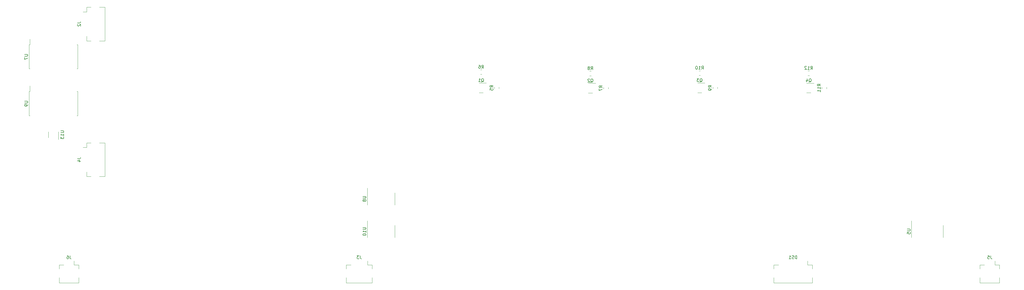
<source format=gbr>
%TF.GenerationSoftware,KiCad,Pcbnew,7.0.7*%
%TF.CreationDate,2024-01-26T16:38:05-05:00*%
%TF.ProjectId,midi-controller_main-board,6d696469-2d63-46f6-9e74-726f6c6c6572,rev?*%
%TF.SameCoordinates,Original*%
%TF.FileFunction,Legend,Bot*%
%TF.FilePolarity,Positive*%
%FSLAX46Y46*%
G04 Gerber Fmt 4.6, Leading zero omitted, Abs format (unit mm)*
G04 Created by KiCad (PCBNEW 7.0.7) date 2024-01-26 16:38:05*
%MOMM*%
%LPD*%
G01*
G04 APERTURE LIST*
%ADD10C,0.150000*%
%ADD11C,0.120000*%
G04 APERTURE END LIST*
D10*
X268883357Y-122558819D02*
X269216690Y-122082628D01*
X269454785Y-122558819D02*
X269454785Y-121558819D01*
X269454785Y-121558819D02*
X269073833Y-121558819D01*
X269073833Y-121558819D02*
X268978595Y-121606438D01*
X268978595Y-121606438D02*
X268930976Y-121654057D01*
X268930976Y-121654057D02*
X268883357Y-121749295D01*
X268883357Y-121749295D02*
X268883357Y-121892152D01*
X268883357Y-121892152D02*
X268930976Y-121987390D01*
X268930976Y-121987390D02*
X268978595Y-122035009D01*
X268978595Y-122035009D02*
X269073833Y-122082628D01*
X269073833Y-122082628D02*
X269454785Y-122082628D01*
X267930976Y-122558819D02*
X268502404Y-122558819D01*
X268216690Y-122558819D02*
X268216690Y-121558819D01*
X268216690Y-121558819D02*
X268311928Y-121701676D01*
X268311928Y-121701676D02*
X268407166Y-121796914D01*
X268407166Y-121796914D02*
X268502404Y-121844533D01*
X267311928Y-121558819D02*
X267216690Y-121558819D01*
X267216690Y-121558819D02*
X267121452Y-121606438D01*
X267121452Y-121606438D02*
X267073833Y-121654057D01*
X267073833Y-121654057D02*
X267026214Y-121749295D01*
X267026214Y-121749295D02*
X266978595Y-121939771D01*
X266978595Y-121939771D02*
X266978595Y-122177866D01*
X266978595Y-122177866D02*
X267026214Y-122368342D01*
X267026214Y-122368342D02*
X267073833Y-122463580D01*
X267073833Y-122463580D02*
X267121452Y-122511200D01*
X267121452Y-122511200D02*
X267216690Y-122558819D01*
X267216690Y-122558819D02*
X267311928Y-122558819D01*
X267311928Y-122558819D02*
X267407166Y-122511200D01*
X267407166Y-122511200D02*
X267454785Y-122463580D01*
X267454785Y-122463580D02*
X267502404Y-122368342D01*
X267502404Y-122368342D02*
X267550023Y-122177866D01*
X267550023Y-122177866D02*
X267550023Y-121939771D01*
X267550023Y-121939771D02*
X267502404Y-121749295D01*
X267502404Y-121749295D02*
X267454785Y-121654057D01*
X267454785Y-121654057D02*
X267407166Y-121606438D01*
X267407166Y-121606438D02*
X267311928Y-121558819D01*
X237045319Y-128437333D02*
X236569128Y-128104000D01*
X237045319Y-127865905D02*
X236045319Y-127865905D01*
X236045319Y-127865905D02*
X236045319Y-128246857D01*
X236045319Y-128246857D02*
X236092938Y-128342095D01*
X236092938Y-128342095D02*
X236140557Y-128389714D01*
X236140557Y-128389714D02*
X236235795Y-128437333D01*
X236235795Y-128437333D02*
X236378652Y-128437333D01*
X236378652Y-128437333D02*
X236473890Y-128389714D01*
X236473890Y-128389714D02*
X236521509Y-128342095D01*
X236521509Y-128342095D02*
X236569128Y-128246857D01*
X236569128Y-128246857D02*
X236569128Y-127865905D01*
X236045319Y-128770667D02*
X236045319Y-129437333D01*
X236045319Y-129437333D02*
X237045319Y-129008762D01*
X51982819Y-132792095D02*
X52792342Y-132792095D01*
X52792342Y-132792095D02*
X52887580Y-132839714D01*
X52887580Y-132839714D02*
X52935200Y-132887333D01*
X52935200Y-132887333D02*
X52982819Y-132982571D01*
X52982819Y-132982571D02*
X52982819Y-133173047D01*
X52982819Y-133173047D02*
X52935200Y-133268285D01*
X52935200Y-133268285D02*
X52887580Y-133315904D01*
X52887580Y-133315904D02*
X52792342Y-133363523D01*
X52792342Y-133363523D02*
X51982819Y-133363523D01*
X52982819Y-133887333D02*
X52982819Y-134077809D01*
X52982819Y-134077809D02*
X52935200Y-134173047D01*
X52935200Y-134173047D02*
X52887580Y-134220666D01*
X52887580Y-134220666D02*
X52744723Y-134315904D01*
X52744723Y-134315904D02*
X52554247Y-134363523D01*
X52554247Y-134363523D02*
X52173295Y-134363523D01*
X52173295Y-134363523D02*
X52078057Y-134315904D01*
X52078057Y-134315904D02*
X52030438Y-134268285D01*
X52030438Y-134268285D02*
X51982819Y-134173047D01*
X51982819Y-134173047D02*
X51982819Y-133982571D01*
X51982819Y-133982571D02*
X52030438Y-133887333D01*
X52030438Y-133887333D02*
X52078057Y-133839714D01*
X52078057Y-133839714D02*
X52173295Y-133792095D01*
X52173295Y-133792095D02*
X52411390Y-133792095D01*
X52411390Y-133792095D02*
X52506628Y-133839714D01*
X52506628Y-133839714D02*
X52554247Y-133887333D01*
X52554247Y-133887333D02*
X52601866Y-133982571D01*
X52601866Y-133982571D02*
X52601866Y-134173047D01*
X52601866Y-134173047D02*
X52554247Y-134268285D01*
X52554247Y-134268285D02*
X52506628Y-134315904D01*
X52506628Y-134315904D02*
X52411390Y-134363523D01*
X306982819Y-127911142D02*
X306506628Y-127577809D01*
X306982819Y-127339714D02*
X305982819Y-127339714D01*
X305982819Y-127339714D02*
X305982819Y-127720666D01*
X305982819Y-127720666D02*
X306030438Y-127815904D01*
X306030438Y-127815904D02*
X306078057Y-127863523D01*
X306078057Y-127863523D02*
X306173295Y-127911142D01*
X306173295Y-127911142D02*
X306316152Y-127911142D01*
X306316152Y-127911142D02*
X306411390Y-127863523D01*
X306411390Y-127863523D02*
X306459009Y-127815904D01*
X306459009Y-127815904D02*
X306506628Y-127720666D01*
X306506628Y-127720666D02*
X306506628Y-127339714D01*
X306982819Y-128863523D02*
X306982819Y-128292095D01*
X306982819Y-128577809D02*
X305982819Y-128577809D01*
X305982819Y-128577809D02*
X306125676Y-128482571D01*
X306125676Y-128482571D02*
X306220914Y-128387333D01*
X306220914Y-128387333D02*
X306268533Y-128292095D01*
X306982819Y-129815904D02*
X306982819Y-129244476D01*
X306982819Y-129530190D02*
X305982819Y-129530190D01*
X305982819Y-129530190D02*
X306125676Y-129434952D01*
X306125676Y-129434952D02*
X306220914Y-129339714D01*
X306220914Y-129339714D02*
X306268533Y-129244476D01*
X63532819Y-142315905D02*
X64342342Y-142315905D01*
X64342342Y-142315905D02*
X64437580Y-142363524D01*
X64437580Y-142363524D02*
X64485200Y-142411143D01*
X64485200Y-142411143D02*
X64532819Y-142506381D01*
X64532819Y-142506381D02*
X64532819Y-142696857D01*
X64532819Y-142696857D02*
X64485200Y-142792095D01*
X64485200Y-142792095D02*
X64437580Y-142839714D01*
X64437580Y-142839714D02*
X64342342Y-142887333D01*
X64342342Y-142887333D02*
X63532819Y-142887333D01*
X64532819Y-143887333D02*
X64532819Y-143315905D01*
X64532819Y-143601619D02*
X63532819Y-143601619D01*
X63532819Y-143601619D02*
X63675676Y-143506381D01*
X63675676Y-143506381D02*
X63770914Y-143411143D01*
X63770914Y-143411143D02*
X63818533Y-143315905D01*
X63532819Y-144220667D02*
X63532819Y-144839714D01*
X63532819Y-144839714D02*
X63913771Y-144506381D01*
X63913771Y-144506381D02*
X63913771Y-144649238D01*
X63913771Y-144649238D02*
X63961390Y-144744476D01*
X63961390Y-144744476D02*
X64009009Y-144792095D01*
X64009009Y-144792095D02*
X64104247Y-144839714D01*
X64104247Y-144839714D02*
X64342342Y-144839714D01*
X64342342Y-144839714D02*
X64437580Y-144792095D01*
X64437580Y-144792095D02*
X64485200Y-144744476D01*
X64485200Y-144744476D02*
X64532819Y-144649238D01*
X64532819Y-144649238D02*
X64532819Y-144363524D01*
X64532819Y-144363524D02*
X64485200Y-144268286D01*
X64485200Y-144268286D02*
X64437580Y-144220667D01*
X303273238Y-126704057D02*
X303368476Y-126656438D01*
X303368476Y-126656438D02*
X303463714Y-126561200D01*
X303463714Y-126561200D02*
X303606571Y-126418342D01*
X303606571Y-126418342D02*
X303701809Y-126370723D01*
X303701809Y-126370723D02*
X303797047Y-126370723D01*
X303749428Y-126608819D02*
X303844666Y-126561200D01*
X303844666Y-126561200D02*
X303939904Y-126465961D01*
X303939904Y-126465961D02*
X303987523Y-126275485D01*
X303987523Y-126275485D02*
X303987523Y-125942152D01*
X303987523Y-125942152D02*
X303939904Y-125751676D01*
X303939904Y-125751676D02*
X303844666Y-125656438D01*
X303844666Y-125656438D02*
X303749428Y-125608819D01*
X303749428Y-125608819D02*
X303558952Y-125608819D01*
X303558952Y-125608819D02*
X303463714Y-125656438D01*
X303463714Y-125656438D02*
X303368476Y-125751676D01*
X303368476Y-125751676D02*
X303320857Y-125942152D01*
X303320857Y-125942152D02*
X303320857Y-126275485D01*
X303320857Y-126275485D02*
X303368476Y-126465961D01*
X303368476Y-126465961D02*
X303463714Y-126561200D01*
X303463714Y-126561200D02*
X303558952Y-126608819D01*
X303558952Y-126608819D02*
X303749428Y-126608819D01*
X302463714Y-125942152D02*
X302463714Y-126608819D01*
X302701809Y-125561200D02*
X302939904Y-126275485D01*
X302939904Y-126275485D02*
X302320857Y-126275485D01*
X68932819Y-151220666D02*
X69647104Y-151220666D01*
X69647104Y-151220666D02*
X69789961Y-151173047D01*
X69789961Y-151173047D02*
X69885200Y-151077809D01*
X69885200Y-151077809D02*
X69932819Y-150934952D01*
X69932819Y-150934952D02*
X69932819Y-150839714D01*
X69266152Y-152125428D02*
X69932819Y-152125428D01*
X68885200Y-151887333D02*
X69599485Y-151649238D01*
X69599485Y-151649238D02*
X69599485Y-152268285D01*
X233407166Y-122708819D02*
X233740499Y-122232628D01*
X233978594Y-122708819D02*
X233978594Y-121708819D01*
X233978594Y-121708819D02*
X233597642Y-121708819D01*
X233597642Y-121708819D02*
X233502404Y-121756438D01*
X233502404Y-121756438D02*
X233454785Y-121804057D01*
X233454785Y-121804057D02*
X233407166Y-121899295D01*
X233407166Y-121899295D02*
X233407166Y-122042152D01*
X233407166Y-122042152D02*
X233454785Y-122137390D01*
X233454785Y-122137390D02*
X233502404Y-122185009D01*
X233502404Y-122185009D02*
X233597642Y-122232628D01*
X233597642Y-122232628D02*
X233978594Y-122232628D01*
X232835737Y-122137390D02*
X232930975Y-122089771D01*
X232930975Y-122089771D02*
X232978594Y-122042152D01*
X232978594Y-122042152D02*
X233026213Y-121946914D01*
X233026213Y-121946914D02*
X233026213Y-121899295D01*
X233026213Y-121899295D02*
X232978594Y-121804057D01*
X232978594Y-121804057D02*
X232930975Y-121756438D01*
X232930975Y-121756438D02*
X232835737Y-121708819D01*
X232835737Y-121708819D02*
X232645261Y-121708819D01*
X232645261Y-121708819D02*
X232550023Y-121756438D01*
X232550023Y-121756438D02*
X232502404Y-121804057D01*
X232502404Y-121804057D02*
X232454785Y-121899295D01*
X232454785Y-121899295D02*
X232454785Y-121946914D01*
X232454785Y-121946914D02*
X232502404Y-122042152D01*
X232502404Y-122042152D02*
X232550023Y-122089771D01*
X232550023Y-122089771D02*
X232645261Y-122137390D01*
X232645261Y-122137390D02*
X232835737Y-122137390D01*
X232835737Y-122137390D02*
X232930975Y-122185009D01*
X232930975Y-122185009D02*
X232978594Y-122232628D01*
X232978594Y-122232628D02*
X233026213Y-122327866D01*
X233026213Y-122327866D02*
X233026213Y-122518342D01*
X233026213Y-122518342D02*
X232978594Y-122613580D01*
X232978594Y-122613580D02*
X232930975Y-122661200D01*
X232930975Y-122661200D02*
X232835737Y-122708819D01*
X232835737Y-122708819D02*
X232645261Y-122708819D01*
X232645261Y-122708819D02*
X232550023Y-122661200D01*
X232550023Y-122661200D02*
X232502404Y-122613580D01*
X232502404Y-122613580D02*
X232454785Y-122518342D01*
X232454785Y-122518342D02*
X232454785Y-122327866D01*
X232454785Y-122327866D02*
X232502404Y-122232628D01*
X232502404Y-122232628D02*
X232550023Y-122185009D01*
X232550023Y-122185009D02*
X232645261Y-122137390D01*
X160352819Y-163317095D02*
X161162342Y-163317095D01*
X161162342Y-163317095D02*
X161257580Y-163364714D01*
X161257580Y-163364714D02*
X161305200Y-163412333D01*
X161305200Y-163412333D02*
X161352819Y-163507571D01*
X161352819Y-163507571D02*
X161352819Y-163698047D01*
X161352819Y-163698047D02*
X161305200Y-163793285D01*
X161305200Y-163793285D02*
X161257580Y-163840904D01*
X161257580Y-163840904D02*
X161162342Y-163888523D01*
X161162342Y-163888523D02*
X160352819Y-163888523D01*
X160781390Y-164507571D02*
X160733771Y-164412333D01*
X160733771Y-164412333D02*
X160686152Y-164364714D01*
X160686152Y-164364714D02*
X160590914Y-164317095D01*
X160590914Y-164317095D02*
X160543295Y-164317095D01*
X160543295Y-164317095D02*
X160448057Y-164364714D01*
X160448057Y-164364714D02*
X160400438Y-164412333D01*
X160400438Y-164412333D02*
X160352819Y-164507571D01*
X160352819Y-164507571D02*
X160352819Y-164698047D01*
X160352819Y-164698047D02*
X160400438Y-164793285D01*
X160400438Y-164793285D02*
X160448057Y-164840904D01*
X160448057Y-164840904D02*
X160543295Y-164888523D01*
X160543295Y-164888523D02*
X160590914Y-164888523D01*
X160590914Y-164888523D02*
X160686152Y-164840904D01*
X160686152Y-164840904D02*
X160733771Y-164793285D01*
X160733771Y-164793285D02*
X160781390Y-164698047D01*
X160781390Y-164698047D02*
X160781390Y-164507571D01*
X160781390Y-164507571D02*
X160829009Y-164412333D01*
X160829009Y-164412333D02*
X160876628Y-164364714D01*
X160876628Y-164364714D02*
X160971866Y-164317095D01*
X160971866Y-164317095D02*
X161162342Y-164317095D01*
X161162342Y-164317095D02*
X161257580Y-164364714D01*
X161257580Y-164364714D02*
X161305200Y-164412333D01*
X161305200Y-164412333D02*
X161352819Y-164507571D01*
X161352819Y-164507571D02*
X161352819Y-164698047D01*
X161352819Y-164698047D02*
X161305200Y-164793285D01*
X161305200Y-164793285D02*
X161257580Y-164840904D01*
X161257580Y-164840904D02*
X161162342Y-164888523D01*
X161162342Y-164888523D02*
X160971866Y-164888523D01*
X160971866Y-164888523D02*
X160876628Y-164840904D01*
X160876628Y-164840904D02*
X160829009Y-164793285D01*
X160829009Y-164793285D02*
X160781390Y-164698047D01*
X159511333Y-182308819D02*
X159511333Y-183023104D01*
X159511333Y-183023104D02*
X159558952Y-183165961D01*
X159558952Y-183165961D02*
X159654190Y-183261200D01*
X159654190Y-183261200D02*
X159797047Y-183308819D01*
X159797047Y-183308819D02*
X159892285Y-183308819D01*
X159130380Y-182308819D02*
X158511333Y-182308819D01*
X158511333Y-182308819D02*
X158844666Y-182689771D01*
X158844666Y-182689771D02*
X158701809Y-182689771D01*
X158701809Y-182689771D02*
X158606571Y-182737390D01*
X158606571Y-182737390D02*
X158558952Y-182785009D01*
X158558952Y-182785009D02*
X158511333Y-182880247D01*
X158511333Y-182880247D02*
X158511333Y-183118342D01*
X158511333Y-183118342D02*
X158558952Y-183213580D01*
X158558952Y-183213580D02*
X158606571Y-183261200D01*
X158606571Y-183261200D02*
X158701809Y-183308819D01*
X158701809Y-183308819D02*
X158987523Y-183308819D01*
X158987523Y-183308819D02*
X159082761Y-183261200D01*
X159082761Y-183261200D02*
X159130380Y-183213580D01*
X272045319Y-128337333D02*
X271569128Y-128004000D01*
X272045319Y-127765905D02*
X271045319Y-127765905D01*
X271045319Y-127765905D02*
X271045319Y-128146857D01*
X271045319Y-128146857D02*
X271092938Y-128242095D01*
X271092938Y-128242095D02*
X271140557Y-128289714D01*
X271140557Y-128289714D02*
X271235795Y-128337333D01*
X271235795Y-128337333D02*
X271378652Y-128337333D01*
X271378652Y-128337333D02*
X271473890Y-128289714D01*
X271473890Y-128289714D02*
X271521509Y-128242095D01*
X271521509Y-128242095D02*
X271569128Y-128146857D01*
X271569128Y-128146857D02*
X271569128Y-127765905D01*
X272045319Y-128813524D02*
X272045319Y-129004000D01*
X272045319Y-129004000D02*
X271997700Y-129099238D01*
X271997700Y-129099238D02*
X271950080Y-129146857D01*
X271950080Y-129146857D02*
X271807223Y-129242095D01*
X271807223Y-129242095D02*
X271616747Y-129289714D01*
X271616747Y-129289714D02*
X271235795Y-129289714D01*
X271235795Y-129289714D02*
X271140557Y-129242095D01*
X271140557Y-129242095D02*
X271092938Y-129194476D01*
X271092938Y-129194476D02*
X271045319Y-129099238D01*
X271045319Y-129099238D02*
X271045319Y-128908762D01*
X271045319Y-128908762D02*
X271092938Y-128813524D01*
X271092938Y-128813524D02*
X271140557Y-128765905D01*
X271140557Y-128765905D02*
X271235795Y-128718286D01*
X271235795Y-128718286D02*
X271473890Y-128718286D01*
X271473890Y-128718286D02*
X271569128Y-128765905D01*
X271569128Y-128765905D02*
X271616747Y-128813524D01*
X271616747Y-128813524D02*
X271664366Y-128908762D01*
X271664366Y-128908762D02*
X271664366Y-129099238D01*
X271664366Y-129099238D02*
X271616747Y-129194476D01*
X271616747Y-129194476D02*
X271569128Y-129242095D01*
X271569128Y-129242095D02*
X271473890Y-129289714D01*
X233335738Y-126754057D02*
X233430976Y-126706438D01*
X233430976Y-126706438D02*
X233526214Y-126611200D01*
X233526214Y-126611200D02*
X233669071Y-126468342D01*
X233669071Y-126468342D02*
X233764309Y-126420723D01*
X233764309Y-126420723D02*
X233859547Y-126420723D01*
X233811928Y-126658819D02*
X233907166Y-126611200D01*
X233907166Y-126611200D02*
X234002404Y-126515961D01*
X234002404Y-126515961D02*
X234050023Y-126325485D01*
X234050023Y-126325485D02*
X234050023Y-125992152D01*
X234050023Y-125992152D02*
X234002404Y-125801676D01*
X234002404Y-125801676D02*
X233907166Y-125706438D01*
X233907166Y-125706438D02*
X233811928Y-125658819D01*
X233811928Y-125658819D02*
X233621452Y-125658819D01*
X233621452Y-125658819D02*
X233526214Y-125706438D01*
X233526214Y-125706438D02*
X233430976Y-125801676D01*
X233430976Y-125801676D02*
X233383357Y-125992152D01*
X233383357Y-125992152D02*
X233383357Y-126325485D01*
X233383357Y-126325485D02*
X233430976Y-126515961D01*
X233430976Y-126515961D02*
X233526214Y-126611200D01*
X233526214Y-126611200D02*
X233621452Y-126658819D01*
X233621452Y-126658819D02*
X233811928Y-126658819D01*
X233002404Y-125754057D02*
X232954785Y-125706438D01*
X232954785Y-125706438D02*
X232859547Y-125658819D01*
X232859547Y-125658819D02*
X232621452Y-125658819D01*
X232621452Y-125658819D02*
X232526214Y-125706438D01*
X232526214Y-125706438D02*
X232478595Y-125754057D01*
X232478595Y-125754057D02*
X232430976Y-125849295D01*
X232430976Y-125849295D02*
X232430976Y-125944533D01*
X232430976Y-125944533D02*
X232478595Y-126087390D01*
X232478595Y-126087390D02*
X233050023Y-126658819D01*
X233050023Y-126658819D02*
X232430976Y-126658819D01*
X198407166Y-122258819D02*
X198740499Y-121782628D01*
X198978594Y-122258819D02*
X198978594Y-121258819D01*
X198978594Y-121258819D02*
X198597642Y-121258819D01*
X198597642Y-121258819D02*
X198502404Y-121306438D01*
X198502404Y-121306438D02*
X198454785Y-121354057D01*
X198454785Y-121354057D02*
X198407166Y-121449295D01*
X198407166Y-121449295D02*
X198407166Y-121592152D01*
X198407166Y-121592152D02*
X198454785Y-121687390D01*
X198454785Y-121687390D02*
X198502404Y-121735009D01*
X198502404Y-121735009D02*
X198597642Y-121782628D01*
X198597642Y-121782628D02*
X198978594Y-121782628D01*
X197550023Y-121258819D02*
X197740499Y-121258819D01*
X197740499Y-121258819D02*
X197835737Y-121306438D01*
X197835737Y-121306438D02*
X197883356Y-121354057D01*
X197883356Y-121354057D02*
X197978594Y-121496914D01*
X197978594Y-121496914D02*
X198026213Y-121687390D01*
X198026213Y-121687390D02*
X198026213Y-122068342D01*
X198026213Y-122068342D02*
X197978594Y-122163580D01*
X197978594Y-122163580D02*
X197930975Y-122211200D01*
X197930975Y-122211200D02*
X197835737Y-122258819D01*
X197835737Y-122258819D02*
X197645261Y-122258819D01*
X197645261Y-122258819D02*
X197550023Y-122211200D01*
X197550023Y-122211200D02*
X197502404Y-122163580D01*
X197502404Y-122163580D02*
X197454785Y-122068342D01*
X197454785Y-122068342D02*
X197454785Y-121830247D01*
X197454785Y-121830247D02*
X197502404Y-121735009D01*
X197502404Y-121735009D02*
X197550023Y-121687390D01*
X197550023Y-121687390D02*
X197645261Y-121639771D01*
X197645261Y-121639771D02*
X197835737Y-121639771D01*
X197835737Y-121639771D02*
X197930975Y-121687390D01*
X197930975Y-121687390D02*
X197978594Y-121735009D01*
X197978594Y-121735009D02*
X198026213Y-121830247D01*
X299392285Y-183308819D02*
X299392285Y-182308819D01*
X299392285Y-182308819D02*
X299154190Y-182308819D01*
X299154190Y-182308819D02*
X299011333Y-182356438D01*
X299011333Y-182356438D02*
X298916095Y-182451676D01*
X298916095Y-182451676D02*
X298868476Y-182546914D01*
X298868476Y-182546914D02*
X298820857Y-182737390D01*
X298820857Y-182737390D02*
X298820857Y-182880247D01*
X298820857Y-182880247D02*
X298868476Y-183070723D01*
X298868476Y-183070723D02*
X298916095Y-183165961D01*
X298916095Y-183165961D02*
X299011333Y-183261200D01*
X299011333Y-183261200D02*
X299154190Y-183308819D01*
X299154190Y-183308819D02*
X299392285Y-183308819D01*
X298439904Y-183261200D02*
X298297047Y-183308819D01*
X298297047Y-183308819D02*
X298058952Y-183308819D01*
X298058952Y-183308819D02*
X297963714Y-183261200D01*
X297963714Y-183261200D02*
X297916095Y-183213580D01*
X297916095Y-183213580D02*
X297868476Y-183118342D01*
X297868476Y-183118342D02*
X297868476Y-183023104D01*
X297868476Y-183023104D02*
X297916095Y-182927866D01*
X297916095Y-182927866D02*
X297963714Y-182880247D01*
X297963714Y-182880247D02*
X298058952Y-182832628D01*
X298058952Y-182832628D02*
X298249428Y-182785009D01*
X298249428Y-182785009D02*
X298344666Y-182737390D01*
X298344666Y-182737390D02*
X298392285Y-182689771D01*
X298392285Y-182689771D02*
X298439904Y-182594533D01*
X298439904Y-182594533D02*
X298439904Y-182499295D01*
X298439904Y-182499295D02*
X298392285Y-182404057D01*
X298392285Y-182404057D02*
X298344666Y-182356438D01*
X298344666Y-182356438D02*
X298249428Y-182308819D01*
X298249428Y-182308819D02*
X298011333Y-182308819D01*
X298011333Y-182308819D02*
X297868476Y-182356438D01*
X296916095Y-183308819D02*
X297487523Y-183308819D01*
X297201809Y-183308819D02*
X297201809Y-182308819D01*
X297201809Y-182308819D02*
X297297047Y-182451676D01*
X297297047Y-182451676D02*
X297392285Y-182546914D01*
X297392285Y-182546914D02*
X297487523Y-182594533D01*
X68932819Y-107720666D02*
X69647104Y-107720666D01*
X69647104Y-107720666D02*
X69789961Y-107673047D01*
X69789961Y-107673047D02*
X69885200Y-107577809D01*
X69885200Y-107577809D02*
X69932819Y-107434952D01*
X69932819Y-107434952D02*
X69932819Y-107339714D01*
X69028057Y-108149238D02*
X68980438Y-108196857D01*
X68980438Y-108196857D02*
X68932819Y-108292095D01*
X68932819Y-108292095D02*
X68932819Y-108530190D01*
X68932819Y-108530190D02*
X68980438Y-108625428D01*
X68980438Y-108625428D02*
X69028057Y-108673047D01*
X69028057Y-108673047D02*
X69123295Y-108720666D01*
X69123295Y-108720666D02*
X69218533Y-108720666D01*
X69218533Y-108720666D02*
X69361390Y-108673047D01*
X69361390Y-108673047D02*
X69932819Y-108101619D01*
X69932819Y-108101619D02*
X69932819Y-108720666D01*
X160352819Y-173315905D02*
X161162342Y-173315905D01*
X161162342Y-173315905D02*
X161257580Y-173363524D01*
X161257580Y-173363524D02*
X161305200Y-173411143D01*
X161305200Y-173411143D02*
X161352819Y-173506381D01*
X161352819Y-173506381D02*
X161352819Y-173696857D01*
X161352819Y-173696857D02*
X161305200Y-173792095D01*
X161305200Y-173792095D02*
X161257580Y-173839714D01*
X161257580Y-173839714D02*
X161162342Y-173887333D01*
X161162342Y-173887333D02*
X160352819Y-173887333D01*
X161352819Y-174887333D02*
X161352819Y-174315905D01*
X161352819Y-174601619D02*
X160352819Y-174601619D01*
X160352819Y-174601619D02*
X160495676Y-174506381D01*
X160495676Y-174506381D02*
X160590914Y-174411143D01*
X160590914Y-174411143D02*
X160638533Y-174315905D01*
X160352819Y-175506381D02*
X160352819Y-175601619D01*
X160352819Y-175601619D02*
X160400438Y-175696857D01*
X160400438Y-175696857D02*
X160448057Y-175744476D01*
X160448057Y-175744476D02*
X160543295Y-175792095D01*
X160543295Y-175792095D02*
X160733771Y-175839714D01*
X160733771Y-175839714D02*
X160971866Y-175839714D01*
X160971866Y-175839714D02*
X161162342Y-175792095D01*
X161162342Y-175792095D02*
X161257580Y-175744476D01*
X161257580Y-175744476D02*
X161305200Y-175696857D01*
X161305200Y-175696857D02*
X161352819Y-175601619D01*
X161352819Y-175601619D02*
X161352819Y-175506381D01*
X161352819Y-175506381D02*
X161305200Y-175411143D01*
X161305200Y-175411143D02*
X161257580Y-175363524D01*
X161257580Y-175363524D02*
X161162342Y-175315905D01*
X161162342Y-175315905D02*
X160971866Y-175268286D01*
X160971866Y-175268286D02*
X160733771Y-175268286D01*
X160733771Y-175268286D02*
X160543295Y-175315905D01*
X160543295Y-175315905D02*
X160448057Y-175363524D01*
X160448057Y-175363524D02*
X160400438Y-175411143D01*
X160400438Y-175411143D02*
X160352819Y-175506381D01*
X66511333Y-182308819D02*
X66511333Y-183023104D01*
X66511333Y-183023104D02*
X66558952Y-183165961D01*
X66558952Y-183165961D02*
X66654190Y-183261200D01*
X66654190Y-183261200D02*
X66797047Y-183308819D01*
X66797047Y-183308819D02*
X66892285Y-183308819D01*
X65606571Y-182308819D02*
X65797047Y-182308819D01*
X65797047Y-182308819D02*
X65892285Y-182356438D01*
X65892285Y-182356438D02*
X65939904Y-182404057D01*
X65939904Y-182404057D02*
X66035142Y-182546914D01*
X66035142Y-182546914D02*
X66082761Y-182737390D01*
X66082761Y-182737390D02*
X66082761Y-183118342D01*
X66082761Y-183118342D02*
X66035142Y-183213580D01*
X66035142Y-183213580D02*
X65987523Y-183261200D01*
X65987523Y-183261200D02*
X65892285Y-183308819D01*
X65892285Y-183308819D02*
X65701809Y-183308819D01*
X65701809Y-183308819D02*
X65606571Y-183261200D01*
X65606571Y-183261200D02*
X65558952Y-183213580D01*
X65558952Y-183213580D02*
X65511333Y-183118342D01*
X65511333Y-183118342D02*
X65511333Y-182880247D01*
X65511333Y-182880247D02*
X65558952Y-182785009D01*
X65558952Y-182785009D02*
X65606571Y-182737390D01*
X65606571Y-182737390D02*
X65701809Y-182689771D01*
X65701809Y-182689771D02*
X65892285Y-182689771D01*
X65892285Y-182689771D02*
X65987523Y-182737390D01*
X65987523Y-182737390D02*
X66035142Y-182785009D01*
X66035142Y-182785009D02*
X66082761Y-182880247D01*
X198335738Y-126654057D02*
X198430976Y-126606438D01*
X198430976Y-126606438D02*
X198526214Y-126511200D01*
X198526214Y-126511200D02*
X198669071Y-126368342D01*
X198669071Y-126368342D02*
X198764309Y-126320723D01*
X198764309Y-126320723D02*
X198859547Y-126320723D01*
X198811928Y-126558819D02*
X198907166Y-126511200D01*
X198907166Y-126511200D02*
X199002404Y-126415961D01*
X199002404Y-126415961D02*
X199050023Y-126225485D01*
X199050023Y-126225485D02*
X199050023Y-125892152D01*
X199050023Y-125892152D02*
X199002404Y-125701676D01*
X199002404Y-125701676D02*
X198907166Y-125606438D01*
X198907166Y-125606438D02*
X198811928Y-125558819D01*
X198811928Y-125558819D02*
X198621452Y-125558819D01*
X198621452Y-125558819D02*
X198526214Y-125606438D01*
X198526214Y-125606438D02*
X198430976Y-125701676D01*
X198430976Y-125701676D02*
X198383357Y-125892152D01*
X198383357Y-125892152D02*
X198383357Y-126225485D01*
X198383357Y-126225485D02*
X198430976Y-126415961D01*
X198430976Y-126415961D02*
X198526214Y-126511200D01*
X198526214Y-126511200D02*
X198621452Y-126558819D01*
X198621452Y-126558819D02*
X198811928Y-126558819D01*
X197430976Y-126558819D02*
X198002404Y-126558819D01*
X197716690Y-126558819D02*
X197716690Y-125558819D01*
X197716690Y-125558819D02*
X197811928Y-125701676D01*
X197811928Y-125701676D02*
X197907166Y-125796914D01*
X197907166Y-125796914D02*
X198002404Y-125844533D01*
X202045319Y-128337333D02*
X201569128Y-128004000D01*
X202045319Y-127765905D02*
X201045319Y-127765905D01*
X201045319Y-127765905D02*
X201045319Y-128146857D01*
X201045319Y-128146857D02*
X201092938Y-128242095D01*
X201092938Y-128242095D02*
X201140557Y-128289714D01*
X201140557Y-128289714D02*
X201235795Y-128337333D01*
X201235795Y-128337333D02*
X201378652Y-128337333D01*
X201378652Y-128337333D02*
X201473890Y-128289714D01*
X201473890Y-128289714D02*
X201521509Y-128242095D01*
X201521509Y-128242095D02*
X201569128Y-128146857D01*
X201569128Y-128146857D02*
X201569128Y-127765905D01*
X201045319Y-129242095D02*
X201045319Y-128765905D01*
X201045319Y-128765905D02*
X201521509Y-128718286D01*
X201521509Y-128718286D02*
X201473890Y-128765905D01*
X201473890Y-128765905D02*
X201426271Y-128861143D01*
X201426271Y-128861143D02*
X201426271Y-129099238D01*
X201426271Y-129099238D02*
X201473890Y-129194476D01*
X201473890Y-129194476D02*
X201521509Y-129242095D01*
X201521509Y-129242095D02*
X201616747Y-129289714D01*
X201616747Y-129289714D02*
X201854842Y-129289714D01*
X201854842Y-129289714D02*
X201950080Y-129242095D01*
X201950080Y-129242095D02*
X201997700Y-129194476D01*
X201997700Y-129194476D02*
X202045319Y-129099238D01*
X202045319Y-129099238D02*
X202045319Y-128861143D01*
X202045319Y-128861143D02*
X201997700Y-128765905D01*
X201997700Y-128765905D02*
X201950080Y-128718286D01*
X303820857Y-122608819D02*
X304154190Y-122132628D01*
X304392285Y-122608819D02*
X304392285Y-121608819D01*
X304392285Y-121608819D02*
X304011333Y-121608819D01*
X304011333Y-121608819D02*
X303916095Y-121656438D01*
X303916095Y-121656438D02*
X303868476Y-121704057D01*
X303868476Y-121704057D02*
X303820857Y-121799295D01*
X303820857Y-121799295D02*
X303820857Y-121942152D01*
X303820857Y-121942152D02*
X303868476Y-122037390D01*
X303868476Y-122037390D02*
X303916095Y-122085009D01*
X303916095Y-122085009D02*
X304011333Y-122132628D01*
X304011333Y-122132628D02*
X304392285Y-122132628D01*
X302868476Y-122608819D02*
X303439904Y-122608819D01*
X303154190Y-122608819D02*
X303154190Y-121608819D01*
X303154190Y-121608819D02*
X303249428Y-121751676D01*
X303249428Y-121751676D02*
X303344666Y-121846914D01*
X303344666Y-121846914D02*
X303439904Y-121894533D01*
X302487523Y-121704057D02*
X302439904Y-121656438D01*
X302439904Y-121656438D02*
X302344666Y-121608819D01*
X302344666Y-121608819D02*
X302106571Y-121608819D01*
X302106571Y-121608819D02*
X302011333Y-121656438D01*
X302011333Y-121656438D02*
X301963714Y-121704057D01*
X301963714Y-121704057D02*
X301916095Y-121799295D01*
X301916095Y-121799295D02*
X301916095Y-121894533D01*
X301916095Y-121894533D02*
X301963714Y-122037390D01*
X301963714Y-122037390D02*
X302535142Y-122608819D01*
X302535142Y-122608819D02*
X301916095Y-122608819D01*
X334732819Y-173792095D02*
X335542342Y-173792095D01*
X335542342Y-173792095D02*
X335637580Y-173839714D01*
X335637580Y-173839714D02*
X335685200Y-173887333D01*
X335685200Y-173887333D02*
X335732819Y-173982571D01*
X335732819Y-173982571D02*
X335732819Y-174173047D01*
X335732819Y-174173047D02*
X335685200Y-174268285D01*
X335685200Y-174268285D02*
X335637580Y-174315904D01*
X335637580Y-174315904D02*
X335542342Y-174363523D01*
X335542342Y-174363523D02*
X334732819Y-174363523D01*
X334732819Y-175315904D02*
X334732819Y-174839714D01*
X334732819Y-174839714D02*
X335209009Y-174792095D01*
X335209009Y-174792095D02*
X335161390Y-174839714D01*
X335161390Y-174839714D02*
X335113771Y-174934952D01*
X335113771Y-174934952D02*
X335113771Y-175173047D01*
X335113771Y-175173047D02*
X335161390Y-175268285D01*
X335161390Y-175268285D02*
X335209009Y-175315904D01*
X335209009Y-175315904D02*
X335304247Y-175363523D01*
X335304247Y-175363523D02*
X335542342Y-175363523D01*
X335542342Y-175363523D02*
X335637580Y-175315904D01*
X335637580Y-175315904D02*
X335685200Y-175268285D01*
X335685200Y-175268285D02*
X335732819Y-175173047D01*
X335732819Y-175173047D02*
X335732819Y-174934952D01*
X335732819Y-174934952D02*
X335685200Y-174839714D01*
X335685200Y-174839714D02*
X335637580Y-174792095D01*
X361511333Y-182308819D02*
X361511333Y-183023104D01*
X361511333Y-183023104D02*
X361558952Y-183165961D01*
X361558952Y-183165961D02*
X361654190Y-183261200D01*
X361654190Y-183261200D02*
X361797047Y-183308819D01*
X361797047Y-183308819D02*
X361892285Y-183308819D01*
X360558952Y-182308819D02*
X361035142Y-182308819D01*
X361035142Y-182308819D02*
X361082761Y-182785009D01*
X361082761Y-182785009D02*
X361035142Y-182737390D01*
X361035142Y-182737390D02*
X360939904Y-182689771D01*
X360939904Y-182689771D02*
X360701809Y-182689771D01*
X360701809Y-182689771D02*
X360606571Y-182737390D01*
X360606571Y-182737390D02*
X360558952Y-182785009D01*
X360558952Y-182785009D02*
X360511333Y-182880247D01*
X360511333Y-182880247D02*
X360511333Y-183118342D01*
X360511333Y-183118342D02*
X360558952Y-183213580D01*
X360558952Y-183213580D02*
X360606571Y-183261200D01*
X360606571Y-183261200D02*
X360701809Y-183308819D01*
X360701809Y-183308819D02*
X360939904Y-183308819D01*
X360939904Y-183308819D02*
X361035142Y-183261200D01*
X361035142Y-183261200D02*
X361082761Y-183213580D01*
X51982819Y-117792095D02*
X52792342Y-117792095D01*
X52792342Y-117792095D02*
X52887580Y-117839714D01*
X52887580Y-117839714D02*
X52935200Y-117887333D01*
X52935200Y-117887333D02*
X52982819Y-117982571D01*
X52982819Y-117982571D02*
X52982819Y-118173047D01*
X52982819Y-118173047D02*
X52935200Y-118268285D01*
X52935200Y-118268285D02*
X52887580Y-118315904D01*
X52887580Y-118315904D02*
X52792342Y-118363523D01*
X52792342Y-118363523D02*
X51982819Y-118363523D01*
X51982819Y-118744476D02*
X51982819Y-119411142D01*
X51982819Y-119411142D02*
X52982819Y-118982571D01*
X268335738Y-126654057D02*
X268430976Y-126606438D01*
X268430976Y-126606438D02*
X268526214Y-126511200D01*
X268526214Y-126511200D02*
X268669071Y-126368342D01*
X268669071Y-126368342D02*
X268764309Y-126320723D01*
X268764309Y-126320723D02*
X268859547Y-126320723D01*
X268811928Y-126558819D02*
X268907166Y-126511200D01*
X268907166Y-126511200D02*
X269002404Y-126415961D01*
X269002404Y-126415961D02*
X269050023Y-126225485D01*
X269050023Y-126225485D02*
X269050023Y-125892152D01*
X269050023Y-125892152D02*
X269002404Y-125701676D01*
X269002404Y-125701676D02*
X268907166Y-125606438D01*
X268907166Y-125606438D02*
X268811928Y-125558819D01*
X268811928Y-125558819D02*
X268621452Y-125558819D01*
X268621452Y-125558819D02*
X268526214Y-125606438D01*
X268526214Y-125606438D02*
X268430976Y-125701676D01*
X268430976Y-125701676D02*
X268383357Y-125892152D01*
X268383357Y-125892152D02*
X268383357Y-126225485D01*
X268383357Y-126225485D02*
X268430976Y-126415961D01*
X268430976Y-126415961D02*
X268526214Y-126511200D01*
X268526214Y-126511200D02*
X268621452Y-126558819D01*
X268621452Y-126558819D02*
X268811928Y-126558819D01*
X268050023Y-125558819D02*
X267430976Y-125558819D01*
X267430976Y-125558819D02*
X267764309Y-125939771D01*
X267764309Y-125939771D02*
X267621452Y-125939771D01*
X267621452Y-125939771D02*
X267526214Y-125987390D01*
X267526214Y-125987390D02*
X267478595Y-126035009D01*
X267478595Y-126035009D02*
X267430976Y-126130247D01*
X267430976Y-126130247D02*
X267430976Y-126368342D01*
X267430976Y-126368342D02*
X267478595Y-126463580D01*
X267478595Y-126463580D02*
X267526214Y-126511200D01*
X267526214Y-126511200D02*
X267621452Y-126558819D01*
X267621452Y-126558819D02*
X267907166Y-126558819D01*
X267907166Y-126558819D02*
X268002404Y-126511200D01*
X268002404Y-126511200D02*
X268050023Y-126463580D01*
D11*
%TO.C,R10*%
X268467564Y-124489000D02*
X268013436Y-124489000D01*
X268467564Y-123019000D02*
X268013436Y-123019000D01*
%TO.C,R7*%
X238975500Y-128376936D02*
X238975500Y-128831064D01*
X237505500Y-128376936D02*
X237505500Y-128831064D01*
%TO.C,U9*%
X68988000Y-129694000D02*
X68723000Y-129694000D01*
X53633000Y-129694000D02*
X53633000Y-127879000D01*
X53368000Y-129694000D02*
X53633000Y-129694000D01*
X68988000Y-133554000D02*
X68988000Y-129694000D01*
X68988000Y-133554000D02*
X68988000Y-137414000D01*
X53368000Y-133554000D02*
X53368000Y-129694000D01*
X53368000Y-133554000D02*
X53368000Y-137414000D01*
X68988000Y-137414000D02*
X68723000Y-137414000D01*
X53368000Y-137414000D02*
X53633000Y-137414000D01*
%TO.C,R11*%
X308913000Y-128326936D02*
X308913000Y-128781064D01*
X307443000Y-128326936D02*
X307443000Y-128781064D01*
%TO.C,U13*%
X59568000Y-144454000D02*
X59568000Y-142654000D01*
X62788000Y-142654000D02*
X62788000Y-145104000D01*
%TO.C,Q4*%
X303178000Y-130114000D02*
X303828000Y-130114000D01*
X303178000Y-130114000D02*
X302528000Y-130114000D01*
X303178000Y-126994000D02*
X304853000Y-126994000D01*
X303178000Y-126994000D02*
X302528000Y-126994000D01*
%TO.C,J4*%
X77678000Y-146154000D02*
X77678000Y-156954000D01*
X75938000Y-146154000D02*
X77678000Y-146154000D01*
X71878000Y-146154000D02*
X73218000Y-146154000D01*
X71878000Y-147644000D02*
X71878000Y-146154000D01*
X71878000Y-147644000D02*
X70678000Y-147644000D01*
X71878000Y-155464000D02*
X71878000Y-156954000D01*
X77678000Y-156954000D02*
X75938000Y-156954000D01*
X71878000Y-156954000D02*
X73218000Y-156954000D01*
%TO.C,R8*%
X233467564Y-124639000D02*
X233013436Y-124639000D01*
X233467564Y-123169000D02*
X233013436Y-123169000D01*
%TO.C,U8*%
X170613000Y-164079000D02*
X170613000Y-162129000D01*
X170613000Y-164079000D02*
X170613000Y-166029000D01*
X161743000Y-164079000D02*
X161743000Y-160629000D01*
X161743000Y-164079000D02*
X161743000Y-166029000D01*
%TO.C,J3*%
X163328000Y-191054000D02*
X155028000Y-191054000D01*
X163328000Y-189314000D02*
X163328000Y-191054000D01*
X163328000Y-185254000D02*
X163328000Y-186594000D01*
X161838000Y-185254000D02*
X163328000Y-185254000D01*
X161838000Y-185254000D02*
X161838000Y-184054000D01*
X156518000Y-185254000D02*
X155028000Y-185254000D01*
X155028000Y-191054000D02*
X155028000Y-189314000D01*
X155028000Y-185254000D02*
X155028000Y-186594000D01*
%TO.C,R9*%
X273975500Y-128276936D02*
X273975500Y-128731064D01*
X272505500Y-128276936D02*
X272505500Y-128731064D01*
%TO.C,Q2*%
X233240500Y-130164000D02*
X233890500Y-130164000D01*
X233240500Y-130164000D02*
X232590500Y-130164000D01*
X233240500Y-127044000D02*
X234915500Y-127044000D01*
X233240500Y-127044000D02*
X232590500Y-127044000D01*
%TO.C,R6*%
X198467564Y-124189000D02*
X198013436Y-124189000D01*
X198467564Y-122719000D02*
X198013436Y-122719000D01*
%TO.C,DS1*%
X304328000Y-191054000D02*
X292028000Y-191054000D01*
X304328000Y-189314000D02*
X304328000Y-191054000D01*
X304328000Y-185254000D02*
X304328000Y-186594000D01*
X302838000Y-185254000D02*
X304328000Y-185254000D01*
X302838000Y-185254000D02*
X302838000Y-184054000D01*
X293518000Y-185254000D02*
X292028000Y-185254000D01*
X292028000Y-191054000D02*
X292028000Y-189314000D01*
X292028000Y-185254000D02*
X292028000Y-186594000D01*
%TO.C,J2*%
X77678000Y-102654000D02*
X77678000Y-113454000D01*
X75938000Y-102654000D02*
X77678000Y-102654000D01*
X71878000Y-102654000D02*
X73218000Y-102654000D01*
X71878000Y-104144000D02*
X71878000Y-102654000D01*
X71878000Y-104144000D02*
X70678000Y-104144000D01*
X71878000Y-111964000D02*
X71878000Y-113454000D01*
X77678000Y-113454000D02*
X75938000Y-113454000D01*
X71878000Y-113454000D02*
X73218000Y-113454000D01*
%TO.C,U10*%
X170613000Y-174554000D02*
X170613000Y-172604000D01*
X170613000Y-174554000D02*
X170613000Y-176504000D01*
X161743000Y-174554000D02*
X161743000Y-171104000D01*
X161743000Y-174554000D02*
X161743000Y-176504000D01*
%TO.C,J6*%
X69328000Y-191054000D02*
X63028000Y-191054000D01*
X69328000Y-189314000D02*
X69328000Y-191054000D01*
X69328000Y-185254000D02*
X69328000Y-186594000D01*
X67838000Y-185254000D02*
X69328000Y-185254000D01*
X67838000Y-185254000D02*
X67838000Y-184054000D01*
X64518000Y-185254000D02*
X63028000Y-185254000D01*
X63028000Y-191054000D02*
X63028000Y-189314000D01*
X63028000Y-185254000D02*
X63028000Y-186594000D01*
%TO.C,Q1*%
X198240500Y-130064000D02*
X198890500Y-130064000D01*
X198240500Y-130064000D02*
X197590500Y-130064000D01*
X198240500Y-126944000D02*
X199915500Y-126944000D01*
X198240500Y-126944000D02*
X197590500Y-126944000D01*
%TO.C,R5*%
X203975500Y-128276936D02*
X203975500Y-128731064D01*
X202505500Y-128276936D02*
X202505500Y-128731064D01*
%TO.C,R12*%
X303405064Y-124539000D02*
X302950936Y-124539000D01*
X303405064Y-123069000D02*
X302950936Y-123069000D01*
%TO.C,U5*%
X346238000Y-174554000D02*
X346238000Y-172604000D01*
X346238000Y-174554000D02*
X346238000Y-176504000D01*
X336118000Y-174554000D02*
X336118000Y-171104000D01*
X336118000Y-174554000D02*
X336118000Y-176504000D01*
%TO.C,J5*%
X364328000Y-191054000D02*
X358028000Y-191054000D01*
X364328000Y-189314000D02*
X364328000Y-191054000D01*
X364328000Y-185254000D02*
X364328000Y-186594000D01*
X362838000Y-185254000D02*
X364328000Y-185254000D01*
X362838000Y-185254000D02*
X362838000Y-184054000D01*
X359518000Y-185254000D02*
X358028000Y-185254000D01*
X358028000Y-191054000D02*
X358028000Y-189314000D01*
X358028000Y-185254000D02*
X358028000Y-186594000D01*
%TO.C,U7*%
X68988000Y-114694000D02*
X68723000Y-114694000D01*
X53633000Y-114694000D02*
X53633000Y-112879000D01*
X53368000Y-114694000D02*
X53633000Y-114694000D01*
X68988000Y-118554000D02*
X68988000Y-114694000D01*
X68988000Y-118554000D02*
X68988000Y-122414000D01*
X53368000Y-118554000D02*
X53368000Y-114694000D01*
X53368000Y-118554000D02*
X53368000Y-122414000D01*
X68988000Y-122414000D02*
X68723000Y-122414000D01*
X53368000Y-122414000D02*
X53633000Y-122414000D01*
%TO.C,Q3*%
X268240500Y-130064000D02*
X268890500Y-130064000D01*
X268240500Y-130064000D02*
X267590500Y-130064000D01*
X268240500Y-126944000D02*
X269915500Y-126944000D01*
X268240500Y-126944000D02*
X267590500Y-126944000D01*
%TD*%
M02*

</source>
